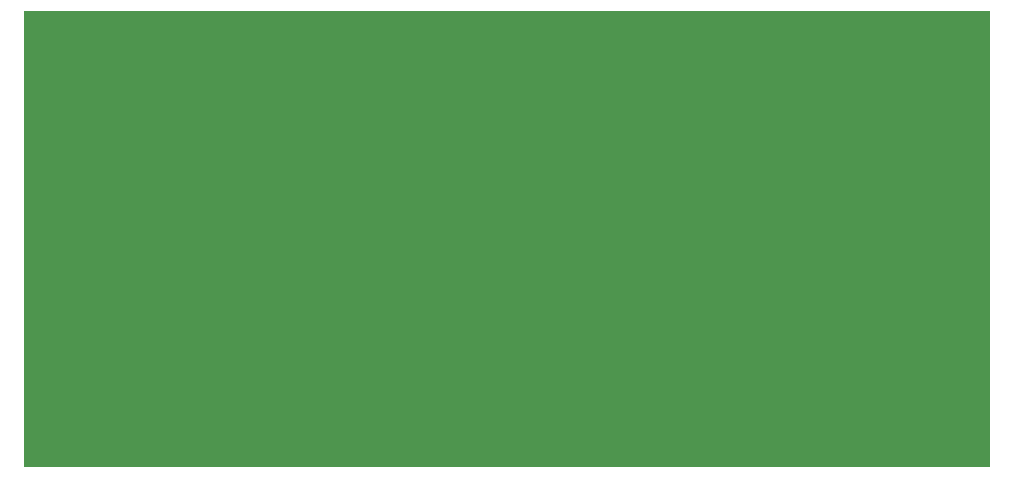
<source format=gbs>
G04*
G04 #@! TF.GenerationSoftware,Altium Limited,Altium Designer,22.0.2 (36)*
G04*
G04 Layer_Color=16711935*
%FSLAX25Y25*%
%MOIN*%
G70*
G04*
G04 #@! TF.SameCoordinates,04F3E7EA-1EC6-48BA-AAB6-D1FA50B40766*
G04*
G04*
G04 #@! TF.FilePolarity,Negative*
G04*
G01*
G75*
%ADD53R,0.16548X0.08674*%
%ADD58C,0.13398*%
%ADD59C,0.13792*%
%ADD60C,0.16548*%
%ADD86R,3.22047X1.52165*%
%ADD87C,0.03162*%
D53*
X8465Y82480D02*
D03*
Y61221D02*
D03*
X312434D02*
D03*
Y82480D02*
D03*
D58*
X158465Y12795D02*
D03*
X182480D02*
D03*
Y130905D02*
D03*
X158465D02*
D03*
D59*
X254724Y96653D02*
D03*
X43110Y92716D02*
D03*
D60*
X256102Y47441D02*
D03*
X43110D02*
D03*
D86*
X160827Y76279D02*
D03*
D87*
X319173Y143543D02*
D03*
Y133543D02*
D03*
Y123543D02*
D03*
Y113543D02*
D03*
Y103543D02*
D03*
Y93543D02*
D03*
Y53543D02*
D03*
Y43543D02*
D03*
Y33543D02*
D03*
Y23543D02*
D03*
Y13543D02*
D03*
Y3543D02*
D03*
X316673Y148543D02*
D03*
X314173Y143543D02*
D03*
X316673Y138543D02*
D03*
X314173Y133543D02*
D03*
X316673Y128543D02*
D03*
X314173Y123543D02*
D03*
X316673Y118543D02*
D03*
X314173Y113543D02*
D03*
X316673Y108543D02*
D03*
X314173Y103543D02*
D03*
X316673Y98543D02*
D03*
X314173Y93543D02*
D03*
X316673Y88543D02*
D03*
X314173Y53543D02*
D03*
X316673Y48543D02*
D03*
X314173Y43543D02*
D03*
X316673Y38543D02*
D03*
X314173Y33543D02*
D03*
X316673Y28543D02*
D03*
X314173Y23543D02*
D03*
X316673Y18543D02*
D03*
X314173Y13543D02*
D03*
X316673Y8543D02*
D03*
X314173Y3543D02*
D03*
X311673Y148543D02*
D03*
X309173Y143543D02*
D03*
X311673Y138543D02*
D03*
X309173Y133543D02*
D03*
X311673Y128543D02*
D03*
X309173Y123543D02*
D03*
X311673Y118543D02*
D03*
X309173Y113543D02*
D03*
X311673Y108543D02*
D03*
X309173Y103543D02*
D03*
X311673Y98543D02*
D03*
X309173Y93543D02*
D03*
X311673Y88543D02*
D03*
X309173Y53543D02*
D03*
X311673Y48543D02*
D03*
X309173Y43543D02*
D03*
X311673Y38543D02*
D03*
X309173Y33543D02*
D03*
X311673Y28543D02*
D03*
X309173Y23543D02*
D03*
X311673Y18543D02*
D03*
X309173Y13543D02*
D03*
X311673Y8543D02*
D03*
X309173Y3543D02*
D03*
X306673Y148543D02*
D03*
Y138543D02*
D03*
Y128543D02*
D03*
Y118543D02*
D03*
Y108543D02*
D03*
X304173Y103543D02*
D03*
X306673Y98543D02*
D03*
X304173Y93543D02*
D03*
X306673Y88543D02*
D03*
X304173Y53543D02*
D03*
X306673Y48543D02*
D03*
X304173Y43543D02*
D03*
X306673Y38543D02*
D03*
X304173Y33543D02*
D03*
X306673Y28543D02*
D03*
X304173Y23543D02*
D03*
X306673Y18543D02*
D03*
X304173Y13543D02*
D03*
X306673Y8543D02*
D03*
X304173Y3543D02*
D03*
X299173Y103543D02*
D03*
X301673Y98543D02*
D03*
X299173Y93543D02*
D03*
X301673Y88543D02*
D03*
X299173Y53543D02*
D03*
X301673Y48543D02*
D03*
X299173Y43543D02*
D03*
X301673Y38543D02*
D03*
X299173Y33543D02*
D03*
X301673Y28543D02*
D03*
X299173Y23543D02*
D03*
X301673Y18543D02*
D03*
X299173Y13543D02*
D03*
X301673Y8543D02*
D03*
X299173Y3543D02*
D03*
X294173Y103543D02*
D03*
X296673Y98543D02*
D03*
X294173Y93543D02*
D03*
X296673Y88543D02*
D03*
X294173Y53543D02*
D03*
X296673Y48543D02*
D03*
X294173Y43543D02*
D03*
X296673Y38543D02*
D03*
X294173Y33543D02*
D03*
X296673Y28543D02*
D03*
X294173Y23543D02*
D03*
X296673Y18543D02*
D03*
X294173Y13543D02*
D03*
X296673Y8543D02*
D03*
X294173Y3543D02*
D03*
X291673Y88543D02*
D03*
Y58543D02*
D03*
X289173Y53543D02*
D03*
X291673Y48543D02*
D03*
X289173Y43543D02*
D03*
X291673Y38543D02*
D03*
X289173Y33543D02*
D03*
X291673Y28543D02*
D03*
X289173Y23543D02*
D03*
X291673Y18543D02*
D03*
X289173Y13543D02*
D03*
X291673Y8543D02*
D03*
X289173Y3543D02*
D03*
X284173Y103543D02*
D03*
Y93543D02*
D03*
X286673Y88543D02*
D03*
Y58543D02*
D03*
X284173Y53543D02*
D03*
X286673Y48543D02*
D03*
X284173Y43543D02*
D03*
X286673Y38543D02*
D03*
X284173Y33543D02*
D03*
X286673Y28543D02*
D03*
X284173Y23543D02*
D03*
X286673Y18543D02*
D03*
X284173Y13543D02*
D03*
X286673Y8543D02*
D03*
X284173Y3543D02*
D03*
X279173Y103543D02*
D03*
X281673Y98543D02*
D03*
X279173Y93543D02*
D03*
X281673Y88543D02*
D03*
Y58543D02*
D03*
X279173Y53543D02*
D03*
X281673Y48543D02*
D03*
X279173Y43543D02*
D03*
X281673Y38543D02*
D03*
X279173Y33543D02*
D03*
X281673Y28543D02*
D03*
X279173Y23543D02*
D03*
X281673Y18543D02*
D03*
X279173Y13543D02*
D03*
X281673Y8543D02*
D03*
X279173Y3543D02*
D03*
X274173Y103543D02*
D03*
X276673Y98543D02*
D03*
X274173Y93543D02*
D03*
X276673Y88543D02*
D03*
Y58543D02*
D03*
X274173Y53543D02*
D03*
X276673Y48543D02*
D03*
X274173Y43543D02*
D03*
X276673Y38543D02*
D03*
X274173Y33543D02*
D03*
X276673Y28543D02*
D03*
X274173Y23543D02*
D03*
X276673Y18543D02*
D03*
X274173Y13543D02*
D03*
X276673Y8543D02*
D03*
X274173Y3543D02*
D03*
X269173Y103543D02*
D03*
X271673Y98543D02*
D03*
X269173Y93543D02*
D03*
X271673Y88543D02*
D03*
Y58543D02*
D03*
X269173Y53543D02*
D03*
X271673Y48543D02*
D03*
X269173Y43543D02*
D03*
X271673Y38543D02*
D03*
X269173Y33543D02*
D03*
X271673Y28543D02*
D03*
X269173Y23543D02*
D03*
X271673Y18543D02*
D03*
X269173Y13543D02*
D03*
X271673Y8543D02*
D03*
X269173Y3543D02*
D03*
X264173Y103543D02*
D03*
X266673Y98543D02*
D03*
X264173Y93543D02*
D03*
X266673Y88543D02*
D03*
Y58543D02*
D03*
X264173Y53543D02*
D03*
X266673Y48543D02*
D03*
Y38543D02*
D03*
X264173Y33543D02*
D03*
X266673Y28543D02*
D03*
X264173Y23543D02*
D03*
X266673Y18543D02*
D03*
X264173Y13543D02*
D03*
X266673Y8543D02*
D03*
X264173Y3543D02*
D03*
X259173Y103543D02*
D03*
X261673Y88543D02*
D03*
Y58543D02*
D03*
Y38543D02*
D03*
X259173Y33543D02*
D03*
X261673Y28543D02*
D03*
X259173Y23543D02*
D03*
X261673Y18543D02*
D03*
X259173Y13543D02*
D03*
X261673Y8543D02*
D03*
X259173Y3543D02*
D03*
X256673Y88543D02*
D03*
Y58543D02*
D03*
X254173Y33543D02*
D03*
X256673Y28543D02*
D03*
X254173Y23543D02*
D03*
X256673Y18543D02*
D03*
X254173Y13543D02*
D03*
X256673Y8543D02*
D03*
X254173Y3543D02*
D03*
X249173Y103543D02*
D03*
X251673Y88543D02*
D03*
Y58543D02*
D03*
Y38543D02*
D03*
X249173Y33543D02*
D03*
X251673Y28543D02*
D03*
X249173Y23543D02*
D03*
X251673Y18543D02*
D03*
X249173Y13543D02*
D03*
X251673Y8543D02*
D03*
X249173Y3543D02*
D03*
X246673Y148543D02*
D03*
Y98543D02*
D03*
Y88543D02*
D03*
Y58543D02*
D03*
Y38543D02*
D03*
X244173Y33543D02*
D03*
X246673Y28543D02*
D03*
X244173Y23543D02*
D03*
X246673Y18543D02*
D03*
X244173Y13543D02*
D03*
X246673Y8543D02*
D03*
X244173Y3543D02*
D03*
X241673Y148543D02*
D03*
X239173Y33543D02*
D03*
X241673Y28543D02*
D03*
X239173Y23543D02*
D03*
X241673Y18543D02*
D03*
X239173Y13543D02*
D03*
X241673Y8543D02*
D03*
X239173Y3543D02*
D03*
X236673Y148543D02*
D03*
X234173Y33543D02*
D03*
X236673Y28543D02*
D03*
X234173Y23543D02*
D03*
X236673Y18543D02*
D03*
X234173Y13543D02*
D03*
X236673Y8543D02*
D03*
X234173Y3543D02*
D03*
X231673Y148543D02*
D03*
X229173Y33543D02*
D03*
X231673Y28543D02*
D03*
X229173Y23543D02*
D03*
X231673Y18543D02*
D03*
X229173Y13543D02*
D03*
X231673Y8543D02*
D03*
X229173Y3543D02*
D03*
X226673Y148543D02*
D03*
X224173Y33543D02*
D03*
X226673Y28543D02*
D03*
X224173Y23543D02*
D03*
X226673Y18543D02*
D03*
X224173Y13543D02*
D03*
X226673Y8543D02*
D03*
X224173Y3543D02*
D03*
X221673Y148543D02*
D03*
X219173Y33543D02*
D03*
X221673Y28543D02*
D03*
X219173Y23543D02*
D03*
X221673Y18543D02*
D03*
X219173Y13543D02*
D03*
X221673Y8543D02*
D03*
X219173Y3543D02*
D03*
X216673Y148543D02*
D03*
X214173Y33543D02*
D03*
X216673Y28543D02*
D03*
X214173Y23543D02*
D03*
X216673Y18543D02*
D03*
X214173Y13543D02*
D03*
X216673Y8543D02*
D03*
X214173Y3543D02*
D03*
X211673Y148543D02*
D03*
X209173Y143543D02*
D03*
X211673Y138543D02*
D03*
X209173Y133543D02*
D03*
X211673Y128543D02*
D03*
X209173Y123543D02*
D03*
X211673Y118543D02*
D03*
X209173Y113543D02*
D03*
Y33543D02*
D03*
X211673Y28543D02*
D03*
X209173Y23543D02*
D03*
X211673Y18543D02*
D03*
X209173Y13543D02*
D03*
X211673Y8543D02*
D03*
X209173Y3543D02*
D03*
X206673Y148543D02*
D03*
X204173Y143543D02*
D03*
X206673Y138543D02*
D03*
X204173Y133543D02*
D03*
X206673Y128543D02*
D03*
X204173Y123543D02*
D03*
X206673Y118543D02*
D03*
X204173Y113543D02*
D03*
Y33543D02*
D03*
X206673Y28543D02*
D03*
X204173Y23543D02*
D03*
X206673Y18543D02*
D03*
X204173Y13543D02*
D03*
X206673Y8543D02*
D03*
X204173Y3543D02*
D03*
X201673Y148543D02*
D03*
X199173Y143543D02*
D03*
X201673Y138543D02*
D03*
X199173Y133543D02*
D03*
X201673Y128543D02*
D03*
X199173Y123543D02*
D03*
X201673Y118543D02*
D03*
X199173Y113543D02*
D03*
Y33543D02*
D03*
X201673Y28543D02*
D03*
X199173Y23543D02*
D03*
X201673Y18543D02*
D03*
X199173Y13543D02*
D03*
X201673Y8543D02*
D03*
X199173Y3543D02*
D03*
X196673Y148543D02*
D03*
X194173Y143543D02*
D03*
X196673Y138543D02*
D03*
X194173Y133543D02*
D03*
X196673Y128543D02*
D03*
X194173Y123543D02*
D03*
X196673Y118543D02*
D03*
X194173Y113543D02*
D03*
Y33543D02*
D03*
X196673Y28543D02*
D03*
X194173Y23543D02*
D03*
X196673Y18543D02*
D03*
X194173Y13543D02*
D03*
X196673Y8543D02*
D03*
X194173Y3543D02*
D03*
X191673Y148543D02*
D03*
X189173Y143543D02*
D03*
X191673Y138543D02*
D03*
Y128543D02*
D03*
X189173Y123543D02*
D03*
X191673Y118543D02*
D03*
X189173Y113543D02*
D03*
Y33543D02*
D03*
X191673Y28543D02*
D03*
X189173Y23543D02*
D03*
X191673Y18543D02*
D03*
Y8543D02*
D03*
X189173Y3543D02*
D03*
X186673Y148543D02*
D03*
X184173Y143543D02*
D03*
X186673Y138543D02*
D03*
Y118543D02*
D03*
X184173Y113543D02*
D03*
Y33543D02*
D03*
X186673Y28543D02*
D03*
X184173Y23543D02*
D03*
Y3543D02*
D03*
X181673Y148543D02*
D03*
X179173Y143543D02*
D03*
Y123543D02*
D03*
X181673Y118543D02*
D03*
X179173Y113543D02*
D03*
Y33543D02*
D03*
X181673Y28543D02*
D03*
X179173Y23543D02*
D03*
Y3543D02*
D03*
X176673Y148543D02*
D03*
X174173Y143543D02*
D03*
X176673Y138543D02*
D03*
X174173Y133543D02*
D03*
Y123543D02*
D03*
X176673Y118543D02*
D03*
X174173Y113543D02*
D03*
Y33543D02*
D03*
X176673Y28543D02*
D03*
X174173Y23543D02*
D03*
X176673Y18543D02*
D03*
X174173Y13543D02*
D03*
Y3543D02*
D03*
X166673Y148543D02*
D03*
X164173Y143543D02*
D03*
X166673Y138543D02*
D03*
Y128543D02*
D03*
X164173Y123543D02*
D03*
X166673Y118543D02*
D03*
X164173Y113543D02*
D03*
Y33543D02*
D03*
X166673Y28543D02*
D03*
X164173Y23543D02*
D03*
X166673Y18543D02*
D03*
Y8543D02*
D03*
X164173Y3543D02*
D03*
X161673Y148543D02*
D03*
X159173Y143543D02*
D03*
X161673Y138543D02*
D03*
Y118543D02*
D03*
X159173Y113543D02*
D03*
Y33543D02*
D03*
X161673Y28543D02*
D03*
X159173Y23543D02*
D03*
Y3543D02*
D03*
X156673Y148543D02*
D03*
X154173Y143543D02*
D03*
Y123543D02*
D03*
X156673Y118543D02*
D03*
X154173Y113543D02*
D03*
Y33543D02*
D03*
X156673Y28543D02*
D03*
X154173Y23543D02*
D03*
Y3543D02*
D03*
X151673Y148543D02*
D03*
X149173Y143543D02*
D03*
X151673Y138543D02*
D03*
X149173Y133543D02*
D03*
Y123543D02*
D03*
X151673Y118543D02*
D03*
X149173Y113543D02*
D03*
Y33543D02*
D03*
X151673Y28543D02*
D03*
X149173Y23543D02*
D03*
X151673Y18543D02*
D03*
X149173Y13543D02*
D03*
X151673Y8543D02*
D03*
X149173Y3543D02*
D03*
X146673Y148543D02*
D03*
X144173Y143543D02*
D03*
X146673Y138543D02*
D03*
X144173Y133543D02*
D03*
X146673Y128543D02*
D03*
X144173Y123543D02*
D03*
X146673Y118543D02*
D03*
X144173Y113543D02*
D03*
Y33543D02*
D03*
X146673Y28543D02*
D03*
X144173Y23543D02*
D03*
X146673Y18543D02*
D03*
X144173Y13543D02*
D03*
X146673Y8543D02*
D03*
X144173Y3543D02*
D03*
X141673Y148543D02*
D03*
X139173Y143543D02*
D03*
X141673Y138543D02*
D03*
X139173Y133543D02*
D03*
X141673Y128543D02*
D03*
X139173Y123543D02*
D03*
X141673Y118543D02*
D03*
X139173Y113543D02*
D03*
Y33543D02*
D03*
X141673Y28543D02*
D03*
X139173Y23543D02*
D03*
X141673Y18543D02*
D03*
X139173Y13543D02*
D03*
X141673Y8543D02*
D03*
X139173Y3543D02*
D03*
X136673Y148543D02*
D03*
X134173Y143543D02*
D03*
X136673Y138543D02*
D03*
X134173Y133543D02*
D03*
X136673Y128543D02*
D03*
X134173Y123543D02*
D03*
X136673Y118543D02*
D03*
X134173Y113543D02*
D03*
Y33543D02*
D03*
X136673Y28543D02*
D03*
X134173Y23543D02*
D03*
X136673Y18543D02*
D03*
X134173Y13543D02*
D03*
X136673Y8543D02*
D03*
X134173Y3543D02*
D03*
X131673Y148543D02*
D03*
X129173Y143543D02*
D03*
X131673Y138543D02*
D03*
X129173Y133543D02*
D03*
X131673Y128543D02*
D03*
X129173Y123543D02*
D03*
X131673Y118543D02*
D03*
X129173Y113543D02*
D03*
Y33543D02*
D03*
X131673Y28543D02*
D03*
X129173Y23543D02*
D03*
X131673Y18543D02*
D03*
X129173Y13543D02*
D03*
X131673Y8543D02*
D03*
X129173Y3543D02*
D03*
X126673Y148543D02*
D03*
X124173Y143543D02*
D03*
X126673Y138543D02*
D03*
X124173Y133543D02*
D03*
X126673Y128543D02*
D03*
X124173Y123543D02*
D03*
X126673Y118543D02*
D03*
X124173Y113543D02*
D03*
Y33543D02*
D03*
X126673Y28543D02*
D03*
X124173Y23543D02*
D03*
X126673Y18543D02*
D03*
X124173Y13543D02*
D03*
X126673Y8543D02*
D03*
X124173Y3543D02*
D03*
X121673Y148543D02*
D03*
X119173Y33543D02*
D03*
X121673Y28543D02*
D03*
X119173Y23543D02*
D03*
X121673Y18543D02*
D03*
X119173Y13543D02*
D03*
X121673Y8543D02*
D03*
X119173Y3543D02*
D03*
X116673Y148543D02*
D03*
X114173Y33543D02*
D03*
X116673Y28543D02*
D03*
X114173Y23543D02*
D03*
X116673Y18543D02*
D03*
X114173Y13543D02*
D03*
X116673Y8543D02*
D03*
X114173Y3543D02*
D03*
X111673Y148543D02*
D03*
X109173Y53543D02*
D03*
Y43543D02*
D03*
Y33543D02*
D03*
X111673Y28543D02*
D03*
X109173Y23543D02*
D03*
X111673Y18543D02*
D03*
X109173Y13543D02*
D03*
X111673Y8543D02*
D03*
X109173Y3543D02*
D03*
X106673Y148543D02*
D03*
Y58543D02*
D03*
X104173Y53543D02*
D03*
X106673Y48543D02*
D03*
X104173Y43543D02*
D03*
X106673Y38543D02*
D03*
X104173Y33543D02*
D03*
X106673Y28543D02*
D03*
X104173Y23543D02*
D03*
X106673Y18543D02*
D03*
X104173Y13543D02*
D03*
X106673Y8543D02*
D03*
X104173Y3543D02*
D03*
X101673Y148543D02*
D03*
Y58543D02*
D03*
X99173Y53543D02*
D03*
X101673Y48543D02*
D03*
X99173Y43543D02*
D03*
X101673Y38543D02*
D03*
X99173Y33543D02*
D03*
X101673Y28543D02*
D03*
X99173Y23543D02*
D03*
X101673Y18543D02*
D03*
X99173Y13543D02*
D03*
X101673Y8543D02*
D03*
X99173Y3543D02*
D03*
X96673Y148543D02*
D03*
Y58543D02*
D03*
X94173Y53543D02*
D03*
X96673Y48543D02*
D03*
X94173Y43543D02*
D03*
X96673Y38543D02*
D03*
X94173Y33543D02*
D03*
X96673Y28543D02*
D03*
X94173Y23543D02*
D03*
X96673Y18543D02*
D03*
X94173Y13543D02*
D03*
X96673Y8543D02*
D03*
X94173Y3543D02*
D03*
X91673Y148543D02*
D03*
X89173Y93543D02*
D03*
X91673Y88543D02*
D03*
Y58543D02*
D03*
X89173Y53543D02*
D03*
X91673Y48543D02*
D03*
X89173Y43543D02*
D03*
X91673Y38543D02*
D03*
X89173Y33543D02*
D03*
X91673Y28543D02*
D03*
X89173Y23543D02*
D03*
X91673Y18543D02*
D03*
X89173Y13543D02*
D03*
X91673Y8543D02*
D03*
X89173Y3543D02*
D03*
X86673Y148543D02*
D03*
Y98543D02*
D03*
X84173Y93543D02*
D03*
X86673Y88543D02*
D03*
Y58543D02*
D03*
X84173Y53543D02*
D03*
X86673Y48543D02*
D03*
X84173Y43543D02*
D03*
X86673Y38543D02*
D03*
X84173Y33543D02*
D03*
X86673Y28543D02*
D03*
X84173Y23543D02*
D03*
X86673Y18543D02*
D03*
X84173Y13543D02*
D03*
X86673Y8543D02*
D03*
X84173Y3543D02*
D03*
X81673Y148543D02*
D03*
Y98543D02*
D03*
X79173Y93543D02*
D03*
X81673Y88543D02*
D03*
Y58543D02*
D03*
X79173Y53543D02*
D03*
X81673Y48543D02*
D03*
X79173Y43543D02*
D03*
X81673Y38543D02*
D03*
X79173Y33543D02*
D03*
X81673Y28543D02*
D03*
X79173Y23543D02*
D03*
X81673Y18543D02*
D03*
X79173Y13543D02*
D03*
X81673Y8543D02*
D03*
X79173Y3543D02*
D03*
X76673Y148543D02*
D03*
Y98543D02*
D03*
X74173Y93543D02*
D03*
X76673Y88543D02*
D03*
Y58543D02*
D03*
X74173Y53543D02*
D03*
X76673Y48543D02*
D03*
X74173Y43543D02*
D03*
X76673Y38543D02*
D03*
X74173Y33543D02*
D03*
X76673Y28543D02*
D03*
X74173Y23543D02*
D03*
X76673Y18543D02*
D03*
X74173Y13543D02*
D03*
X76673Y8543D02*
D03*
X74173Y3543D02*
D03*
X71673Y148543D02*
D03*
Y98543D02*
D03*
X69173Y93543D02*
D03*
X71673Y88543D02*
D03*
Y58543D02*
D03*
X69173Y53543D02*
D03*
X71673Y48543D02*
D03*
X69173Y43543D02*
D03*
X71673Y38543D02*
D03*
X69173Y33543D02*
D03*
X71673Y28543D02*
D03*
X69173Y23543D02*
D03*
X71673Y18543D02*
D03*
X69173Y13543D02*
D03*
X71673Y8543D02*
D03*
X69173Y3543D02*
D03*
X66673Y148543D02*
D03*
Y98543D02*
D03*
X64173Y93543D02*
D03*
X66673Y88543D02*
D03*
Y58543D02*
D03*
X64173Y53543D02*
D03*
X66673Y48543D02*
D03*
X64173Y43543D02*
D03*
X66673Y38543D02*
D03*
X64173Y33543D02*
D03*
X66673Y28543D02*
D03*
X64173Y23543D02*
D03*
X66673Y18543D02*
D03*
X64173Y13543D02*
D03*
X66673Y8543D02*
D03*
X64173Y3543D02*
D03*
X61673Y148543D02*
D03*
Y98543D02*
D03*
X59173Y93543D02*
D03*
X61673Y88543D02*
D03*
Y58543D02*
D03*
X59173Y53543D02*
D03*
X61673Y48543D02*
D03*
X59173Y43543D02*
D03*
X61673Y38543D02*
D03*
X59173Y33543D02*
D03*
X61673Y28543D02*
D03*
X59173Y23543D02*
D03*
X61673Y18543D02*
D03*
X59173Y13543D02*
D03*
X61673Y8543D02*
D03*
X59173Y3543D02*
D03*
X56673Y148543D02*
D03*
Y98543D02*
D03*
X54173Y93543D02*
D03*
X56673Y88543D02*
D03*
Y58543D02*
D03*
X54173Y53543D02*
D03*
X56673Y48543D02*
D03*
X54173Y43543D02*
D03*
X56673Y38543D02*
D03*
X54173Y33543D02*
D03*
X56673Y28543D02*
D03*
X54173Y23543D02*
D03*
X56673Y18543D02*
D03*
X54173Y13543D02*
D03*
X56673Y8543D02*
D03*
X54173Y3543D02*
D03*
X51673Y98543D02*
D03*
Y88543D02*
D03*
Y58543D02*
D03*
Y38543D02*
D03*
X49173Y33543D02*
D03*
X51673Y28543D02*
D03*
X49173Y23543D02*
D03*
X51673Y18543D02*
D03*
X49173Y13543D02*
D03*
X51673Y8543D02*
D03*
X49173Y3543D02*
D03*
X46673Y58543D02*
D03*
Y38543D02*
D03*
X44173Y33543D02*
D03*
X46673Y28543D02*
D03*
X44173Y23543D02*
D03*
X46673Y18543D02*
D03*
X44173Y13543D02*
D03*
X46673Y8543D02*
D03*
X44173Y3543D02*
D03*
X41673Y58543D02*
D03*
X39173Y33543D02*
D03*
X41673Y28543D02*
D03*
X39173Y23543D02*
D03*
X41673Y18543D02*
D03*
X39173Y13543D02*
D03*
X41673Y8543D02*
D03*
X39173Y3543D02*
D03*
X36673Y98543D02*
D03*
X34173Y93543D02*
D03*
X36673Y58543D02*
D03*
X34173Y53543D02*
D03*
Y43543D02*
D03*
X36673Y38543D02*
D03*
X34173Y33543D02*
D03*
X36673Y28543D02*
D03*
X34173Y23543D02*
D03*
X36673Y18543D02*
D03*
X34173Y13543D02*
D03*
X36673Y8543D02*
D03*
X34173Y3543D02*
D03*
X31673Y98543D02*
D03*
X29173Y93543D02*
D03*
X31673Y88543D02*
D03*
Y58543D02*
D03*
X29173Y53543D02*
D03*
X31673Y48543D02*
D03*
X29173Y43543D02*
D03*
X31673Y38543D02*
D03*
X29173Y33543D02*
D03*
X31673Y28543D02*
D03*
X29173Y23543D02*
D03*
X31673Y18543D02*
D03*
X29173Y13543D02*
D03*
X31673Y8543D02*
D03*
X29173Y3543D02*
D03*
X26673Y148543D02*
D03*
Y98543D02*
D03*
X24173Y93543D02*
D03*
X26673Y88543D02*
D03*
Y58543D02*
D03*
X24173Y53543D02*
D03*
X26673Y48543D02*
D03*
X24173Y43543D02*
D03*
X26673Y38543D02*
D03*
X24173Y33543D02*
D03*
X26673Y28543D02*
D03*
X24173Y23543D02*
D03*
X26673Y18543D02*
D03*
X24173Y13543D02*
D03*
X26673Y8543D02*
D03*
X24173Y3543D02*
D03*
X21673Y148543D02*
D03*
Y98543D02*
D03*
X19173Y93543D02*
D03*
X21673Y88543D02*
D03*
Y58543D02*
D03*
X19173Y53543D02*
D03*
X21673Y48543D02*
D03*
X19173Y43543D02*
D03*
X21673Y38543D02*
D03*
X19173Y33543D02*
D03*
X21673Y28543D02*
D03*
X19173Y23543D02*
D03*
X21673Y18543D02*
D03*
X19173Y13543D02*
D03*
X21673Y8543D02*
D03*
X19173Y3543D02*
D03*
X16673Y148543D02*
D03*
X14173Y143543D02*
D03*
Y133543D02*
D03*
Y103543D02*
D03*
X16673Y98543D02*
D03*
X14173Y93543D02*
D03*
X16673Y88543D02*
D03*
X14173Y53543D02*
D03*
X16673Y48543D02*
D03*
X14173Y43543D02*
D03*
X16673Y38543D02*
D03*
X14173Y33543D02*
D03*
X16673Y28543D02*
D03*
X14173Y23543D02*
D03*
X16673Y18543D02*
D03*
X14173Y13543D02*
D03*
X16673Y8543D02*
D03*
X14173Y3543D02*
D03*
X11673Y148543D02*
D03*
X9173Y143543D02*
D03*
X11673Y138543D02*
D03*
X9173Y133543D02*
D03*
X11673Y128543D02*
D03*
Y108543D02*
D03*
X9173Y103543D02*
D03*
X11673Y98543D02*
D03*
X9173Y93543D02*
D03*
X11673Y88543D02*
D03*
X9173Y53543D02*
D03*
X11673Y48543D02*
D03*
X9173Y43543D02*
D03*
X11673Y38543D02*
D03*
X9173Y33543D02*
D03*
X11673Y28543D02*
D03*
X9173Y23543D02*
D03*
X11673Y18543D02*
D03*
X9173Y13543D02*
D03*
X11673Y8543D02*
D03*
X9173Y3543D02*
D03*
X6673Y148543D02*
D03*
X4173Y143543D02*
D03*
X6673Y138543D02*
D03*
X4173Y133543D02*
D03*
X6673Y128543D02*
D03*
Y108543D02*
D03*
X4173Y103543D02*
D03*
X6673Y98543D02*
D03*
X4173Y93543D02*
D03*
X6673Y88543D02*
D03*
X4173Y53543D02*
D03*
X6673Y48543D02*
D03*
X4173Y43543D02*
D03*
X6673Y38543D02*
D03*
X4173Y33543D02*
D03*
X6673Y28543D02*
D03*
X4173Y23543D02*
D03*
X6673Y18543D02*
D03*
X4173Y13543D02*
D03*
X6673Y8543D02*
D03*
X4173Y3543D02*
D03*
M02*

</source>
